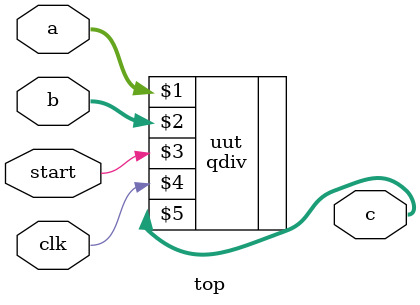
<source format=v>
`timescale 1ns / 1ps
module top(
    input [31:0] a,
    input [31:0] b,
    output [31:0] c,
	 input clk,
	 input start
    );
	// Inputs
	reg [31:0] a_sig;
	reg [31:0] b_sig;

	// Outputs
	reg [31:0] c_sig;
		
	// Instantiate the Unit Under Test (UUT)
//	qadd #(23,32) uut (a, b, c);
//	qmult #(23,32) uut (a, b, c);
	qdiv #(15,32)	uut (a, b, start, clk, c);
endmodule

</source>
